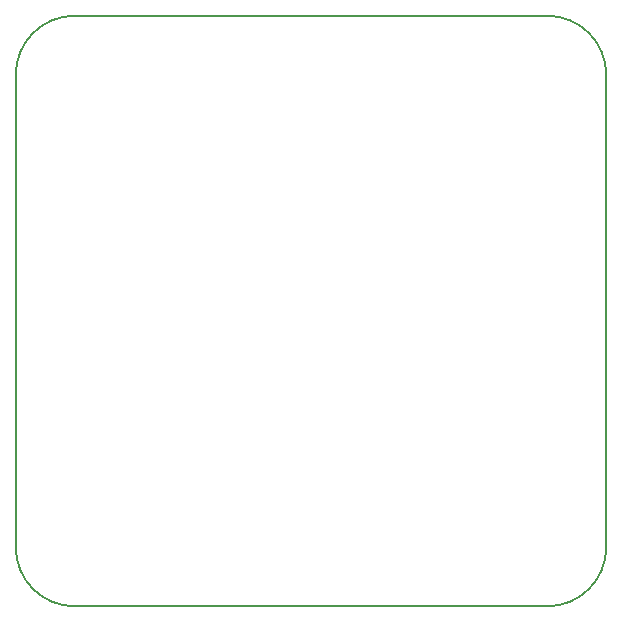
<source format=gm1>
G04 #@! TF.GenerationSoftware,KiCad,Pcbnew,5.1.2*
G04 #@! TF.CreationDate,2019-09-05T16:50:16+02:00*
G04 #@! TF.ProjectId,badge,62616467-652e-46b6-9963-61645f706362,rev?*
G04 #@! TF.SameCoordinates,Original*
G04 #@! TF.FileFunction,Profile,NP*
%FSLAX46Y46*%
G04 Gerber Fmt 4.6, Leading zero omitted, Abs format (unit mm)*
G04 Created by KiCad (PCBNEW 5.1.2) date 2019-09-05 16:50:16*
%MOMM*%
%LPD*%
G04 APERTURE LIST*
%ADD10C,0.150000*%
G04 APERTURE END LIST*
D10*
X5000000Y5000000D02*
G75*
G03X0Y0I0J-5000000D01*
G01*
X45000000Y5000000D02*
G75*
G02X50000000Y0I0J-5000000D01*
G01*
X45000000Y-45000000D02*
G75*
G03X50000000Y-40000000I0J5000000D01*
G01*
X5000000Y-45000000D02*
G75*
G02X0Y-40000000I0J5000000D01*
G01*
X0Y0D02*
X0Y-40000000D01*
X5000000Y5000000D02*
X45000000Y5000000D01*
X50000000Y-40000000D02*
X50000000Y0D01*
X5000000Y-45000000D02*
X45000000Y-45000000D01*
M02*

</source>
